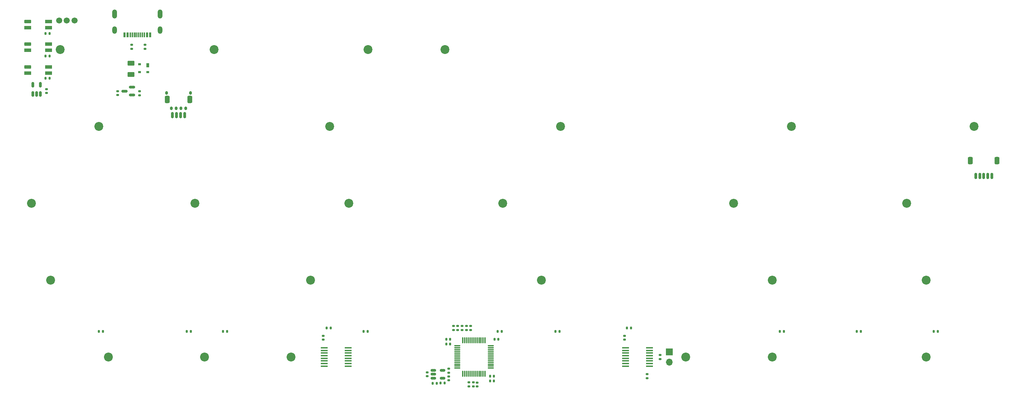
<source format=gbr>
%TF.GenerationSoftware,KiCad,Pcbnew,8.0.8*%
%TF.CreationDate,2025-03-01T16:27:26+01:00*%
%TF.ProjectId,the-nicholas-van revision,7468652d-6e69-4636-986f-6c61732d7661,rev?*%
%TF.SameCoordinates,Original*%
%TF.FileFunction,Soldermask,Bot*%
%TF.FilePolarity,Negative*%
%FSLAX46Y46*%
G04 Gerber Fmt 4.6, Leading zero omitted, Abs format (unit mm)*
G04 Created by KiCad (PCBNEW 8.0.8) date 2025-03-01 16:27:26*
%MOMM*%
%LPD*%
G01*
G04 APERTURE LIST*
G04 Aperture macros list*
%AMRoundRect*
0 Rectangle with rounded corners*
0 $1 Rounding radius*
0 $2 $3 $4 $5 $6 $7 $8 $9 X,Y pos of 4 corners*
0 Add a 4 corners polygon primitive as box body*
4,1,4,$2,$3,$4,$5,$6,$7,$8,$9,$2,$3,0*
0 Add four circle primitives for the rounded corners*
1,1,$1+$1,$2,$3*
1,1,$1+$1,$4,$5*
1,1,$1+$1,$6,$7*
1,1,$1+$1,$8,$9*
0 Add four rect primitives between the rounded corners*
20,1,$1+$1,$2,$3,$4,$5,0*
20,1,$1+$1,$4,$5,$6,$7,0*
20,1,$1+$1,$6,$7,$8,$9,0*
20,1,$1+$1,$8,$9,$2,$3,0*%
G04 Aperture macros list end*
%ADD10C,2.200000*%
%ADD11RoundRect,0.075000X0.075000X-0.662500X0.075000X0.662500X-0.075000X0.662500X-0.075000X-0.662500X0*%
%ADD12RoundRect,0.075000X0.662500X-0.075000X0.662500X0.075000X-0.662500X0.075000X-0.662500X-0.075000X0*%
%ADD13RoundRect,0.135000X-0.135000X-0.185000X0.135000X-0.185000X0.135000X0.185000X-0.135000X0.185000X0*%
%ADD14R,1.700000X1.700000*%
%ADD15O,1.700000X1.700000*%
%ADD16RoundRect,0.135000X0.185000X-0.135000X0.185000X0.135000X-0.185000X0.135000X-0.185000X-0.135000X0*%
%ADD17RoundRect,0.140000X0.140000X0.170000X-0.140000X0.170000X-0.140000X-0.170000X0.140000X-0.170000X0*%
%ADD18RoundRect,0.140000X-0.140000X-0.170000X0.140000X-0.170000X0.140000X0.170000X-0.140000X0.170000X0*%
%ADD19RoundRect,0.135000X-0.185000X0.135000X-0.185000X-0.135000X0.185000X-0.135000X0.185000X0.135000X0*%
%ADD20C,1.500000*%
%ADD21R,1.778000X0.419100*%
%ADD22RoundRect,0.150000X-0.150000X-0.625000X0.150000X-0.625000X0.150000X0.625000X-0.150000X0.625000X0*%
%ADD23RoundRect,0.250000X-0.350000X-0.650000X0.350000X-0.650000X0.350000X0.650000X-0.350000X0.650000X0*%
%ADD24RoundRect,0.135000X0.135000X0.185000X-0.135000X0.185000X-0.135000X-0.185000X0.135000X-0.185000X0*%
%ADD25R,0.700000X1.000000*%
%ADD26R,0.700000X0.600000*%
%ADD27RoundRect,0.250000X-0.625000X0.375000X-0.625000X-0.375000X0.625000X-0.375000X0.625000X0.375000X0*%
%ADD28RoundRect,0.140000X-0.170000X0.140000X-0.170000X-0.140000X0.170000X-0.140000X0.170000X0.140000X0*%
%ADD29R,1.700000X0.820000*%
%ADD30RoundRect,0.205000X0.645000X0.205000X-0.645000X0.205000X-0.645000X-0.205000X0.645000X-0.205000X0*%
%ADD31RoundRect,0.150000X-0.512500X-0.150000X0.512500X-0.150000X0.512500X0.150000X-0.512500X0.150000X0*%
%ADD32RoundRect,0.150000X0.587500X0.150000X-0.587500X0.150000X-0.587500X-0.150000X0.587500X-0.150000X0*%
%ADD33R,0.600000X1.300000*%
%ADD34R,0.300000X1.300000*%
%ADD35O,1.200000X2.250000*%
%ADD36O,1.200000X1.850000*%
%ADD37RoundRect,0.140000X0.170000X-0.140000X0.170000X0.140000X-0.170000X0.140000X-0.170000X-0.140000X0*%
%ADD38RoundRect,0.150000X0.150000X-0.512500X0.150000X0.512500X-0.150000X0.512500X-0.150000X-0.512500X0*%
%ADD39RoundRect,0.150000X-0.150000X-0.275000X0.150000X-0.275000X0.150000X0.275000X-0.150000X0.275000X0*%
%ADD40RoundRect,0.175000X-0.175000X-0.225000X0.175000X-0.225000X0.175000X0.225000X-0.175000X0.225000X0*%
G04 APERTURE END LIST*
D10*
%TO.C,H7*%
X161925000Y-77787500D03*
%TD*%
%TO.C,H22*%
X73818750Y-134937500D03*
%TD*%
%TO.C,H26*%
X252412500Y-134937500D03*
%TD*%
%TO.C,H13*%
X147637500Y-96837500D03*
%TD*%
%TO.C,H8*%
X219075000Y-77787500D03*
%TD*%
%TO.C,H19*%
X214312500Y-115887500D03*
%TD*%
%TO.C,H3*%
X114300000Y-58737500D03*
%TD*%
%TO.C,H18*%
X157162500Y-115887500D03*
%TD*%
%TO.C,H16*%
X35718750Y-115887500D03*
%TD*%
%TO.C,H25*%
X214312500Y-134937500D03*
%TD*%
%TO.C,H24*%
X192881250Y-134937500D03*
%TD*%
%TO.C,H1*%
X38100000Y-58737500D03*
%TD*%
%TO.C,H20*%
X252412500Y-115887500D03*
%TD*%
%TO.C,H17*%
X100012500Y-115887500D03*
%TD*%
%TO.C,H9*%
X264318750Y-77787500D03*
%TD*%
%TO.C,H11*%
X71437500Y-96837500D03*
%TD*%
%TO.C,H2*%
X76200000Y-58737500D03*
%TD*%
%TO.C,H10*%
X30956250Y-96837500D03*
%TD*%
%TO.C,H14*%
X204787500Y-96837500D03*
%TD*%
%TO.C,H21*%
X50006250Y-134937500D03*
%TD*%
%TO.C,H5*%
X47625000Y-77787500D03*
%TD*%
%TO.C,H23*%
X95250000Y-134937500D03*
%TD*%
%TO.C,H12*%
X109537500Y-96837500D03*
%TD*%
%TO.C,H15*%
X247650000Y-96837500D03*
%TD*%
%TO.C,H6*%
X104775000Y-77787500D03*
%TD*%
%TO.C,H4*%
X133350000Y-58737500D03*
%TD*%
D11*
%TO.C,U1*%
X143243750Y-139100000D03*
X142743750Y-139100000D03*
X142243750Y-139100000D03*
X141743750Y-139100000D03*
X141243750Y-139100000D03*
X140743750Y-139100000D03*
X140243750Y-139100000D03*
X139743750Y-139100000D03*
X139243750Y-139100000D03*
X138743750Y-139100000D03*
X138243750Y-139100000D03*
X137743750Y-139100000D03*
D12*
X136331250Y-137687500D03*
X136331250Y-137187500D03*
X136331250Y-136687500D03*
X136331250Y-136187500D03*
X136331250Y-135687500D03*
X136331250Y-135187500D03*
X136331250Y-134687500D03*
X136331250Y-134187500D03*
X136331250Y-133687500D03*
X136331250Y-133187500D03*
X136331250Y-132687500D03*
X136331250Y-132187500D03*
D11*
X137743750Y-130775000D03*
X138243750Y-130775000D03*
X138743750Y-130775000D03*
X139243750Y-130775000D03*
X139743750Y-130775000D03*
X140243750Y-130775000D03*
X140743750Y-130775000D03*
X141243750Y-130775000D03*
X141743750Y-130775000D03*
X142243750Y-130775000D03*
X142743750Y-130775000D03*
X143243750Y-130775000D03*
D12*
X144656250Y-132187500D03*
X144656250Y-132687500D03*
X144656250Y-133187500D03*
X144656250Y-133687500D03*
X144656250Y-134187500D03*
X144656250Y-134687500D03*
X144656250Y-135187500D03*
X144656250Y-135687500D03*
X144656250Y-136187500D03*
X144656250Y-136687500D03*
X144656250Y-137187500D03*
X144656250Y-137687500D03*
%TD*%
D13*
%TO.C,R10*%
X69389148Y-128587500D03*
X70409148Y-128587500D03*
%TD*%
%TO.C,R21*%
X216183750Y-128587500D03*
X217203750Y-128587500D03*
%TD*%
D14*
%TO.C,SW1*%
X188887500Y-133687500D03*
D15*
X188887500Y-136227500D03*
%TD*%
D16*
%TO.C,R3*%
X136485542Y-128276745D03*
X136485542Y-127256745D03*
%TD*%
D17*
%TO.C,C9*%
X35405000Y-54768750D03*
X34445000Y-54768750D03*
%TD*%
D13*
%TO.C,R23*%
X254283750Y-128577309D03*
X255303750Y-128577309D03*
%TD*%
D18*
%TO.C,C5*%
X144462500Y-140887500D03*
X145422500Y-140887500D03*
%TD*%
D19*
%TO.C,R2*%
X135421458Y-127248819D03*
X135421458Y-128268819D03*
%TD*%
D20*
%TO.C,J3*%
X37787500Y-51593750D03*
X39687500Y-51593750D03*
X41587500Y-51593750D03*
%TD*%
D19*
%TO.C,R6*%
X55753000Y-57575000D03*
X55753000Y-58595000D03*
%TD*%
D16*
%TO.C,R5*%
X138644542Y-128286382D03*
X138644542Y-127266382D03*
%TD*%
D21*
%TO.C,U6*%
X183949340Y-132664200D03*
X183949340Y-133314440D03*
X183949340Y-133964680D03*
X183949340Y-134614920D03*
X183949340Y-135260080D03*
X183949340Y-135910320D03*
X183949340Y-136560560D03*
X183949340Y-137210800D03*
X178000660Y-137210800D03*
X178000660Y-136560560D03*
X178000660Y-135910320D03*
X178000660Y-135260080D03*
X178000660Y-134614920D03*
X178000660Y-133964680D03*
X178000660Y-133314440D03*
X178000660Y-132664200D03*
%TD*%
D22*
%TO.C,J1*%
X65843750Y-75025000D03*
X66843750Y-75025000D03*
X67843750Y-75025000D03*
X68843750Y-75025000D03*
D23*
X64543750Y-71150000D03*
X70143750Y-71150000D03*
%TD*%
D24*
%TO.C,R12*%
X105001250Y-127793750D03*
X103981250Y-127793750D03*
%TD*%
D25*
%TO.C,D1*%
X59735621Y-62604972D03*
D26*
X59735621Y-64304972D03*
X57735621Y-64304972D03*
X57735621Y-62404972D03*
%TD*%
D21*
%TO.C,U4*%
X109336840Y-132664200D03*
X109336840Y-133314440D03*
X109336840Y-133964680D03*
X109336840Y-134614920D03*
X109336840Y-135260080D03*
X109336840Y-135910320D03*
X109336840Y-136560560D03*
X109336840Y-137210800D03*
X103388160Y-137210800D03*
X103388160Y-136560560D03*
X103388160Y-135910320D03*
X103388160Y-135260080D03*
X103388160Y-134614920D03*
X103388160Y-133964680D03*
X103388160Y-133314440D03*
X103388160Y-132664200D03*
%TD*%
D22*
%TO.C,J5*%
X264700000Y-90106250D03*
X265700000Y-90106250D03*
X266700000Y-90106250D03*
X267700000Y-90106250D03*
X268700000Y-90106250D03*
D23*
X263400000Y-86231250D03*
X270000000Y-86231250D03*
%TD*%
D24*
%TO.C,R18*%
X161641250Y-128587500D03*
X160621250Y-128587500D03*
%TD*%
D13*
%TO.C,R14*%
X130297511Y-141453333D03*
X131317511Y-141453333D03*
%TD*%
D18*
%TO.C,C3*%
X144462500Y-139700000D03*
X145422500Y-139700000D03*
%TD*%
D27*
%TO.C,F_USBC1*%
X55562500Y-62100000D03*
X55562500Y-64900000D03*
%TD*%
D28*
%TO.C,C6*%
X139249142Y-141250531D03*
X139249142Y-142210531D03*
%TD*%
D29*
%TO.C,LED1*%
X35150000Y-64567500D03*
X35150000Y-63067500D03*
D30*
X30050000Y-63067500D03*
D29*
X30050000Y-64567500D03*
%TD*%
D13*
%TO.C,R11*%
X47625000Y-128587500D03*
X48645000Y-128587500D03*
%TD*%
D31*
%TO.C,U5*%
X130475000Y-140166654D03*
X130475000Y-139216654D03*
X130475000Y-138266654D03*
X132750000Y-138266654D03*
X132750000Y-140166654D03*
%TD*%
D17*
%TO.C,C11*%
X35405000Y-65859930D03*
X34445000Y-65859930D03*
%TD*%
D16*
%TO.C,R8*%
X186531250Y-135447500D03*
X186531250Y-134427500D03*
%TD*%
D29*
%TO.C,LED3*%
X35149000Y-53302500D03*
X35149000Y-51802500D03*
D30*
X30049000Y-51802500D03*
D29*
X30049000Y-53302500D03*
%TD*%
D24*
%TO.C,R13*%
X114209913Y-128577309D03*
X113189913Y-128577309D03*
%TD*%
D19*
%TO.C,R7*%
X59055000Y-57575000D03*
X59055000Y-58595000D03*
%TD*%
D13*
%TO.C,R22*%
X235233750Y-128587500D03*
X236253750Y-128587500D03*
%TD*%
D32*
%TO.C,U3*%
X55854439Y-68106250D03*
X55854439Y-70006250D03*
X53979439Y-69056250D03*
%TD*%
D28*
%TO.C,C13*%
X52313712Y-69068759D03*
X52313712Y-70028759D03*
%TD*%
D33*
%TO.C,J4*%
X53950000Y-55100000D03*
X54750000Y-55100000D03*
D34*
X55900000Y-55100000D03*
X56900000Y-55100000D03*
X57400000Y-55100000D03*
X58400000Y-55100000D03*
D33*
X59550000Y-55100000D03*
X60350000Y-55100000D03*
D34*
X58900000Y-55100000D03*
X57900000Y-55100000D03*
X56400000Y-55100000D03*
X55400000Y-55100000D03*
D35*
X51530000Y-49950000D03*
D36*
X51530000Y-53950000D03*
D35*
X62770000Y-49950000D03*
D36*
X62770000Y-53950000D03*
%TD*%
D18*
%TO.C,C1*%
X145570000Y-130575000D03*
X146530000Y-130575000D03*
%TD*%
D17*
%TO.C,C2*%
X134623750Y-131762500D03*
X133663750Y-131762500D03*
%TD*%
D16*
%TO.C,R1*%
X139700000Y-128303750D03*
X139700000Y-127283750D03*
%TD*%
D37*
%TO.C,C14*%
X57702555Y-70069871D03*
X57702555Y-69109871D03*
%TD*%
D38*
%TO.C,U2*%
X33150000Y-69747375D03*
X32200000Y-69747375D03*
X31250000Y-69747375D03*
X31250000Y-67472375D03*
X33150000Y-67472375D03*
%TD*%
D24*
%TO.C,R17*%
X179387500Y-127793750D03*
X178367500Y-127793750D03*
%TD*%
D17*
%TO.C,C10*%
X35405000Y-60325000D03*
X34445000Y-60325000D03*
%TD*%
D16*
%TO.C,R4*%
X137571488Y-128275777D03*
X137571488Y-127255777D03*
%TD*%
D29*
%TO.C,LED2*%
X35149000Y-58935000D03*
X35149000Y-57435000D03*
D30*
X30049000Y-57435000D03*
D29*
X30049000Y-58935000D03*
%TD*%
D24*
%TO.C,R19*%
X147353750Y-128587500D03*
X146333750Y-128587500D03*
%TD*%
D37*
%TO.C,C15*%
X134225200Y-140707019D03*
X134225200Y-139747019D03*
%TD*%
D28*
%TO.C,C17*%
X128937103Y-138736654D03*
X128937103Y-139696654D03*
%TD*%
D39*
%TO.C,J2*%
X65543750Y-73312500D03*
X66743750Y-73312500D03*
X67943750Y-73312500D03*
X69143750Y-73312500D03*
D40*
X64393750Y-69537500D03*
X70293750Y-69537500D03*
%TD*%
D24*
%TO.C,R9*%
X79375000Y-128587500D03*
X78355000Y-128587500D03*
%TD*%
D28*
%TO.C,C7*%
X141287500Y-141274651D03*
X141287500Y-142234651D03*
%TD*%
D19*
%TO.C,R15*%
X134244447Y-137805463D03*
X134244447Y-138825463D03*
%TD*%
D28*
%TO.C,C8*%
X140304304Y-141250531D03*
X140304304Y-142210531D03*
%TD*%
D37*
%TO.C,C16*%
X103187500Y-130655000D03*
X103187500Y-129695000D03*
%TD*%
D24*
%TO.C,R16*%
X133252900Y-141417520D03*
X132232900Y-141417520D03*
%TD*%
D37*
%TO.C,C18*%
X177800000Y-130655000D03*
X177800000Y-129695000D03*
%TD*%
D17*
%TO.C,C4*%
X134623750Y-130575000D03*
X133663750Y-130575000D03*
%TD*%
D19*
%TO.C,R20*%
X183356250Y-139190000D03*
X183356250Y-140210000D03*
%TD*%
D28*
%TO.C,C12*%
X34652000Y-68554000D03*
X34652000Y-69514000D03*
%TD*%
M02*

</source>
